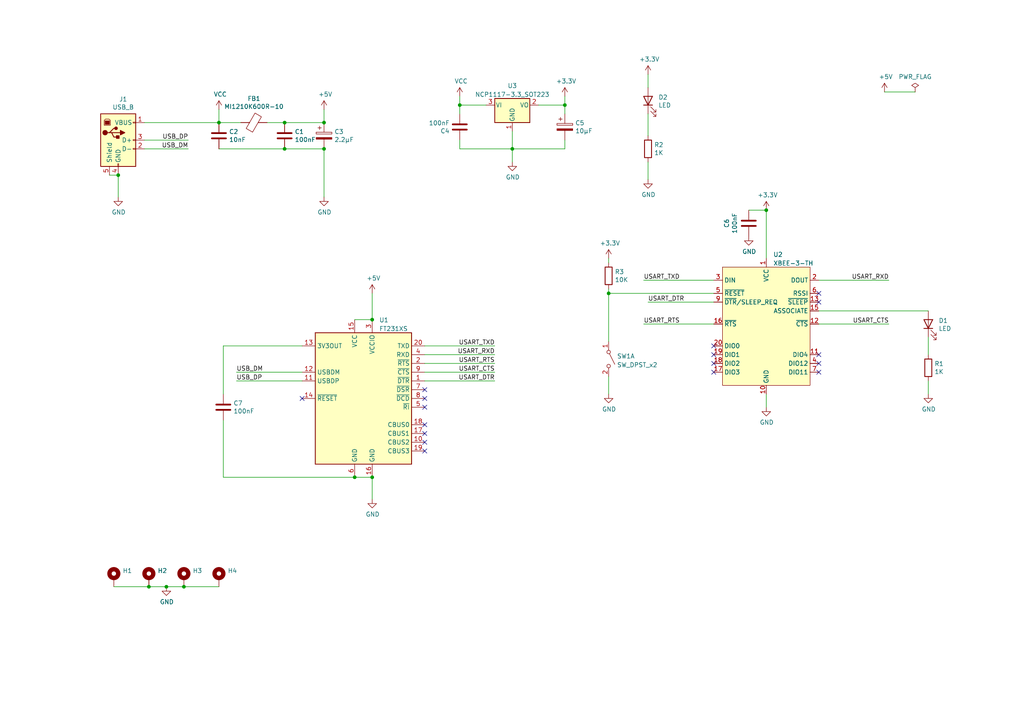
<source format=kicad_sch>
(kicad_sch (version 20211123) (generator eeschema)
  (paper "A4")
  (title_block (title "Adaptateur USB XBEE") (date "2020-09-14") (rev "1.0") (company "INSA GEI"))
  (lib_symbols
    (symbol "Connector:USB_B" (pin_names (offset 1.016))
      (property "Reference" "J" (at -5.08 11.43 0))
      (property "Value" "USB_B" (at -5.08 8.89 0))
      (symbol "USB_B_0_1"
        (rectangle (start -5.08 -7.62) (end 5.08 7.62) (stroke (width 0.254)) (fill (type background)))
        (circle (center -3.81 2.159) (radius 0.635) (stroke (width 0.254)) (fill (type outline)))
        (rectangle (start -3.81 5.588) (end -2.54 4.572) (fill (type outline)))
        (circle (center -0.635 3.429) (radius 0.381) (stroke (width 0.254)) (fill (type outline)))
        (rectangle (start -0.127 -7.62) (end 0.127 -6.858))
        (polyline (pts (xy -1.905 2.159) (xy 0.635 2.159)) (stroke (width 0.254)))
        (polyline (pts (xy -3.175 2.159) (xy -2.54 2.159) (xy -1.27 3.429) (xy -0.635 3.429)) (stroke (width 0.254)))
        (polyline (pts (xy -2.54 2.159) (xy -1.905 2.159) (xy -1.27 0.889) (xy 0 0.889)) (stroke (width 0.254)))
        (polyline (pts (xy 0.635 2.794) (xy 0.635 1.524) (xy 1.905 2.159) (xy 0.635 2.794)) (stroke (width 0.254)) (fill (type outline)))
        (polyline (pts (xy -4.064 4.318) (xy -2.286 4.318) (xy -2.286 5.715) (xy -2.667 6.096) (xy -3.683 6.096) (xy -4.064 5.715) (xy -4.064 4.318)))
        (rectangle (start 0.254 1.27) (end -0.508 0.508) (stroke (width 0.254)) (fill (type outline)))
        (rectangle (start 5.08 -2.667) (end 4.318 -2.413))
        (rectangle (start 5.08 -0.127) (end 4.318 0.127))
        (rectangle (start 5.08 4.953) (end 4.318 5.207))
      )
      (symbol "USB_B_1_1"
        (pin power_out line (at 7.62 5.08 180) (length 2.54) (name "VBUS") (number "1"))
        (pin bidirectional line (at 7.62 -2.54 180) (length 2.54) (name "D-") (number "2"))
        (pin bidirectional line (at 7.62 0 180) (length 2.54) (name "D+") (number "3"))
        (pin power_out line (at 0 -10.16 90) (length 2.54) (name "GND") (number "4"))
        (pin passive line (at -2.54 -10.16 90) (length 2.54) (name "Shield") (number "5"))
      )
    )
    (symbol "Device:C" (pin_numbers hide) (pin_names (offset 0.254))
      (property "Reference" "C" (at 0.635 2.54 0))
      (property "Value" "C" (at 0.635 -2.54 0))
      (symbol "C_0_1"
        (polyline (pts (xy -2.032 -0.762) (xy 2.032 -0.762)) (stroke (width 0.508)))
        (polyline (pts (xy -2.032 0.762) (xy 2.032 0.762)) (stroke (width 0.508)))
      )
      (symbol "C_1_1"
        (pin passive line (at 0 3.81 270) (length 2.794) (name "~") (number "1"))
        (pin passive line (at 0 -3.81 90) (length 2.794) (name "~") (number "2"))
      )
    )
    (symbol "Device:C_Polarized" (pin_numbers hide) (pin_names (offset 0.254))
      (property "Reference" "C" (at 0.635 2.54 0))
      (property "Value" "C_Polarized" (at 0.635 -2.54 0))
      (symbol "C_Polarized_0_1"
        (rectangle (start -2.286 0.508) (end 2.286 1.016))
        (polyline (pts (xy -1.778 2.286) (xy -0.762 2.286)))
        (polyline (pts (xy -1.27 2.794) (xy -1.27 1.778)))
        (rectangle (start 2.286 -0.508) (end -2.286 -1.016) (fill (type outline)))
      )
      (symbol "C_Polarized_1_1"
        (pin passive line (at 0 3.81 270) (length 2.794) (name "~") (number "1"))
        (pin passive line (at 0 -3.81 90) (length 2.794) (name "~") (number "2"))
      )
    )
    (symbol "Device:FerriteBead" (pin_numbers hide) (pin_names (offset 0))
      (property "Reference" "FB" (at -3.81 0.635 90))
      (property "Value" "FerriteBead" (at 3.81 0 90))
      (symbol "FerriteBead_0_1"
        (polyline (pts (xy 0 -1.27) (xy 0 -1.2192)))
        (polyline (pts (xy 0 1.27) (xy 0 1.2954)))
        (polyline (pts (xy -2.7686 0.4064) (xy -1.7018 2.2606) (xy 2.7686 -0.3048) (xy 1.6764 -2.159) (xy -2.7686 0.4064)))
      )
      (symbol "FerriteBead_1_1"
        (pin passive line (at 0 3.81 270) (length 2.54) (name "~") (number "1"))
        (pin passive line (at 0 -3.81 90) (length 2.54) (name "~") (number "2"))
      )
    )
    (symbol "Device:LED" (pin_numbers hide) (pin_names (offset 1.016) hide)
      (property "Reference" "D" (at 0 2.54 0))
      (property "Value" "LED" (at 0 -2.54 0))
      (symbol "LED_0_1"
        (polyline (pts (xy -1.27 -1.27) (xy -1.27 1.27)) (stroke (width 0.254)))
        (polyline (pts (xy -1.27 0) (xy 1.27 0)))
        (polyline (pts (xy 1.27 -1.27) (xy 1.27 1.27) (xy -1.27 0) (xy 1.27 -1.27)) (stroke (width 0.254)))
        (polyline (pts (xy -3.048 -0.762) (xy -4.572 -2.286) (xy -3.81 -2.286) (xy -4.572 -2.286) (xy -4.572 -1.524)))
        (polyline (pts (xy -1.778 -0.762) (xy -3.302 -2.286) (xy -2.54 -2.286) (xy -3.302 -2.286) (xy -3.302 -1.524)))
      )
      (symbol "LED_1_1"
        (pin passive line (at -3.81 0 0) (length 2.54) (name "K") (number "1"))
        (pin passive line (at 3.81 0 180) (length 2.54) (name "A") (number "2"))
      )
    )
    (symbol "Device:R" (pin_numbers hide) (pin_names (offset 0))
      (property "Reference" "R" (at 2.032 0 90))
      (property "Value" "R" (at 0 0 90))
      (symbol "R_0_1"
        (rectangle (start -1.016 -2.54) (end 1.016 2.54) (stroke (width 0.254)))
      )
      (symbol "R_1_1"
        (pin passive line (at 0 3.81 270) (length 1.27) (name "~") (number "1"))
        (pin passive line (at 0 -3.81 90) (length 1.27) (name "~") (number "2"))
      )
    )
    (symbol "Insa:XBEE-3-TH"
      (property "Reference" "U" (at -11.43 40.64 0))
      (property "Value" "XBEE-3-TH" (at -8.89 38.1 0))
      (symbol "XBEE-3-TH_0_1"
        (rectangle (start -12.7 36.83) (end 12.7 2.54) (stroke (width 0.1524)) (fill (type background)))
      )
      (symbol "XBEE-3-TH_1_1"
        (pin power_in line (at 0 39.37 270) (length 2.54) (name "VCC") (number "1"))
        (pin power_in line (at 0 0 90) (length 2.54) (name "GND") (number "10"))
        (pin bidirectional line (at 15.24 11.43 180) (length 2.54) (name "DIO4") (number "11"))
        (pin output line (at 15.24 20.32 180) (length 2.54) (name "~{CTS}") (number "12"))
        (pin output line (at 15.24 26.67 180) (length 2.54) (name "~{SLEEP}") (number "13"))
        (pin output line (at 15.24 24.13 180) (length 2.54) (name "ASSOCIATE") (number "15"))
        (pin input line (at -15.24 20.32 0) (length 2.54) (name "~{RTS}") (number "16"))
        (pin bidirectional line (at -15.24 6.35 0) (length 2.54) (name "DIO3") (number "17"))
        (pin bidirectional line (at -15.24 8.89 0) (length 2.54) (name "DIO2") (number "18"))
        (pin bidirectional line (at -15.24 11.43 0) (length 2.54) (name "DIO1") (number "19"))
        (pin output line (at 15.24 33.02 180) (length 2.54) (name "DOUT") (number "2"))
        (pin bidirectional line (at -15.24 13.97 0) (length 2.54) (name "DIO0") (number "20"))
        (pin input line (at -15.24 33.02 0) (length 2.54) (name "DIN") (number "3"))
        (pin bidirectional line (at 15.24 8.89 180) (length 2.54) (name "DIO12") (number "4"))
        (pin input line (at -15.24 29.21 0) (length 2.54) (name "~{RESET}") (number "5"))
        (pin output line (at 15.24 29.21 180) (length 2.54) (name "RSSI") (number "6"))
        (pin bidirectional line (at 15.24 6.35 180) (length 2.54) (name "DIO11") (number "7"))
        (pin input line (at -15.24 26.67 0) (length 2.54) (name "~{DTR}/SLEEP_REQ") (number "9"))
      )
    )
    (symbol "Interface_USB:FT231XS"
      (property "Reference" "U" (at -13.97 20.32 0))
      (property "Value" "FT231XS" (at 7.62 20.32 0))
      (symbol "FT231XS_0_1"
        (rectangle (start -13.97 19.05) (end 13.97 -19.05) (stroke (width 0.254)) (fill (type background)))
      )
      (symbol "FT231XS_1_1"
        (pin output line (at 17.78 5.08 180) (length 3.81) (name "~{DTR}") (number "1"))
        (pin bidirectional line (at 17.78 -12.7 180) (length 3.81) (name "CBUS2") (number "10"))
        (pin bidirectional line (at -17.78 5.08 0) (length 3.81) (name "USBDP") (number "11"))
        (pin bidirectional line (at -17.78 7.62 0) (length 3.81) (name "USBDM") (number "12"))
        (pin power_out line (at -17.78 15.24 0) (length 3.81) (name "3V3OUT") (number "13"))
        (pin input line (at -17.78 0 0) (length 3.81) (name "~{RESET}") (number "14"))
        (pin power_in line (at -2.54 22.86 270) (length 3.81) (name "VCC") (number "15"))
        (pin power_in line (at 2.54 -22.86 90) (length 3.81) (name "GND") (number "16"))
        (pin bidirectional line (at 17.78 -10.16 180) (length 3.81) (name "CBUS1") (number "17"))
        (pin bidirectional line (at 17.78 -7.62 180) (length 3.81) (name "CBUS0") (number "18"))
        (pin bidirectional line (at 17.78 -15.24 180) (length 3.81) (name "CBUS3") (number "19"))
        (pin output line (at 17.78 10.16 180) (length 3.81) (name "~{RTS}") (number "2"))
        (pin output line (at 17.78 15.24 180) (length 3.81) (name "TXD") (number "20"))
        (pin power_in line (at 2.54 22.86 270) (length 3.81) (name "VCCIO") (number "3"))
        (pin input line (at 17.78 12.7 180) (length 3.81) (name "RXD") (number "4"))
        (pin input line (at 17.78 -2.54 180) (length 3.81) (name "~{RI}") (number "5"))
        (pin power_in line (at -2.54 -22.86 90) (length 3.81) (name "GND") (number "6"))
        (pin input line (at 17.78 2.54 180) (length 3.81) (name "~{DSR}") (number "7"))
        (pin input line (at 17.78 0 180) (length 3.81) (name "~{DCD}") (number "8"))
        (pin input line (at 17.78 7.62 180) (length 3.81) (name "~{CTS}") (number "9"))
      )
    )
    (symbol "Mechanical:MountingHole_Pad" (pin_numbers hide) (pin_names (offset 1.016) hide)
      (property "Reference" "H" (at 0 6.35 0))
      (property "Value" "MountingHole_Pad" (at 0 4.445 0))
      (symbol "MountingHole_Pad_0_1"
        (circle (center 0 1.27) (radius 1.27) (stroke (width 1.27)))
      )
      (symbol "MountingHole_Pad_1_1"
        (pin input line (at 0 -2.54 90) (length 2.54) (name "1") (number "1"))
      )
    )
    (symbol "Regulator_Linear:NCP1117-3.3_SOT223" (pin_names (offset 0.254))
      (property "Reference" "U" (at -3.81 3.175 0))
      (property "Value" "NCP1117-3.3_SOT223" (at 0 3.175 0))
      (symbol "NCP1117-3.3_SOT223_0_1"
        (rectangle (start -5.08 -5.08) (end 5.08 1.905) (stroke (width 0.254)) (fill (type background)))
      )
      (symbol "NCP1117-3.3_SOT223_1_1"
        (pin power_in line (at 0 -7.62 90) (length 2.54) (name "GND") (number "1"))
        (pin power_out line (at 7.62 0 180) (length 2.54) (name "VO") (number "2"))
        (pin power_in line (at -7.62 0 0) (length 2.54) (name "VI") (number "3"))
      )
    )
    (symbol "Switch:SW_DPST_x2" (pin_names (offset 0) hide)
      (property "Reference" "SW" (at 0 3.175 0))
      (property "Value" "SW_DPST_x2" (at 0 -2.54 0))
      (symbol "SW_DPST_x2_0_0"
        (circle (center -2.032 0) (radius 0.508))
        (polyline (pts (xy -1.524 0.254) (xy 1.524 1.778)))
        (circle (center 2.032 0) (radius 0.508))
      )
      (symbol "SW_DPST_x2_1_1"
        (pin passive line (at -5.08 0 0) (length 2.54) (name "A") (number "1"))
        (pin passive line (at 5.08 0 180) (length 2.54) (name "B") (number "2"))
      )
      (symbol "SW_DPST_x2_2_1"
        (pin passive line (at -5.08 0 0) (length 2.54) (name "A") (number "3"))
        (pin passive line (at 5.08 0 180) (length 2.54) (name "B") (number "4"))
      )
    )
    (symbol "power:+3.3V" (power) (pin_names (offset 0))
      (property "Value" "+3.3V" (at 0 3.556 0))
      (symbol "+3.3V_0_1"
        (polyline (pts (xy -0.762 1.27) (xy 0 2.54)))
        (polyline (pts (xy 0 0) (xy 0 2.54)))
        (polyline (pts (xy 0 2.54) (xy 0.762 1.27)))
      )
      (symbol "+3.3V_1_1"
        (pin power_in line (at 0 0 90) (length 0) hide (name "+3.3V") (number "1"))
      )
    )
    (symbol "power:+5V" (power) (pin_names (offset 0))
      (property "Value" "+5V" (at 0 3.556 0))
      (symbol "+5V_0_1"
        (polyline (pts (xy -0.762 1.27) (xy 0 2.54)))
        (polyline (pts (xy 0 0) (xy 0 2.54)))
        (polyline (pts (xy 0 2.54) (xy 0.762 1.27)))
      )
      (symbol "+5V_1_1"
        (pin power_in line (at 0 0 90) (length 0) hide (name "+5V") (number "1"))
      )
    )
    (symbol "power:GND" (power) (pin_names (offset 0))
      (property "Value" "GND" (at 0 -3.81 0))
      (symbol "GND_0_1"
        (polyline (pts (xy 0 0) (xy 0 -1.27) (xy 1.27 -1.27) (xy 0 -2.54) (xy -1.27 -1.27) (xy 0 -1.27)))
      )
      (symbol "GND_1_1"
        (pin power_in line (at 0 0 270) (length 0) hide (name "GND") (number "1"))
      )
    )
    (symbol "power:PWR_FLAG" (power) (pin_numbers hide) (pin_names (offset 0) hide)
      (property "Value" "PWR_FLAG" (at 0 3.81 0))
      (symbol "PWR_FLAG_0_0"
        (pin power_out line (at 0 0 90) (length 0) (name "pwr") (number "1"))
      )
      (symbol "PWR_FLAG_0_1"
        (polyline (pts (xy 0 0) (xy 0 1.27) (xy -1.016 1.905) (xy 0 2.54) (xy 1.016 1.905) (xy 0 1.27)))
      )
    )
    (symbol "power:VCC" (power) (pin_names (offset 0))
      (property "Value" "VCC" (at 0 3.81 0))
      (symbol "VCC_0_1"
        (polyline (pts (xy -0.762 1.27) (xy 0 2.54)))
        (polyline (pts (xy 0 0) (xy 0 2.54)))
        (polyline (pts (xy 0 2.54) (xy 0.762 1.27)))
      )
      (symbol "VCC_1_1"
        (pin power_in line (at 0 0 90) (length 0) hide (name "VCC") (number "1"))
      )
    )
  )
  (junction (at 133.35 30.48))
  (junction (at 82.55 43.18))
  (junction (at 43.18 170.18))
  (junction (at 222.25 60.96))
  (junction (at 148.59 43.18))
  (junction (at 107.95 138.43))
  (junction (at 34.29 50.8))
  (junction (at 107.95 92.71))
  (junction (at 163.83 30.48))
  (junction (at 63.5 35.56))
  (junction (at 53.34 170.18))
  (junction (at 82.55 35.56))
  (junction (at 102.87 138.43))
  (junction (at 48.26 170.18))
  (junction (at 93.98 43.18))
  (junction (at 176.53 85.09))
  (junction (at 93.98 35.56))
  (no_connect (at 237.49 105.41))
  (no_connect (at 207.01 107.95))
  (no_connect (at 87.63 115.57))
  (no_connect (at 237.49 107.95))
  (no_connect (at 123.19 125.73))
  (no_connect (at 207.01 100.33))
  (no_connect (at 123.19 130.81))
  (no_connect (at 237.49 102.87))
  (no_connect (at 123.19 113.03))
  (no_connect (at 237.49 85.09))
  (no_connect (at 123.19 118.11))
  (no_connect (at 207.01 105.41))
  (no_connect (at 123.19 123.19))
  (no_connect (at 123.19 128.27))
  (no_connect (at 207.01 102.87))
  (no_connect (at 237.49 87.63))
  (no_connect (at 123.19 115.57))
  (wire (pts (xy 123.19 110.49) (xy 143.51 110.49)))
  (wire (pts (xy 53.34 170.18) (xy 63.5 170.18)))
  (wire (pts (xy 87.63 107.95) (xy 68.58 107.95)))
  (wire (pts (xy 41.91 43.18) (xy 54.61 43.18)))
  (wire (pts (xy 93.98 57.15) (xy 93.98 43.18)))
  (wire (pts (xy 148.59 43.18) (xy 148.59 46.99)))
  (wire (pts (xy 148.59 43.18) (xy 163.83 43.18)))
  (wire (pts (xy 82.55 35.56) (xy 93.98 35.56)))
  (wire (pts (xy 102.87 138.43) (xy 64.77 138.43)))
  (wire (pts (xy 176.53 74.93) (xy 176.53 76.2)))
  (wire (pts (xy 133.35 43.18) (xy 148.59 43.18)))
  (wire (pts (xy 87.63 110.49) (xy 68.58 110.49)))
  (wire (pts (xy 176.53 109.22) (xy 176.53 114.3)))
  (wire (pts (xy 256.54 26.67) (xy 265.43 26.67)))
  (wire (pts (xy 102.87 92.71) (xy 107.95 92.71)))
  (wire (pts (xy 207.01 87.63) (xy 187.96 87.63)))
  (wire (pts (xy 237.49 93.98) (xy 257.81 93.98)))
  (wire (pts (xy 34.29 57.15) (xy 34.29 50.8)))
  (wire (pts (xy 217.17 60.96) (xy 222.25 60.96)))
  (wire (pts (xy 187.96 46.99) (xy 187.96 52.07)))
  (wire (pts (xy 87.63 100.33) (xy 64.77 100.33)))
  (wire (pts (xy 133.35 27.94) (xy 133.35 30.48)))
  (wire (pts (xy 207.01 81.28) (xy 186.69 81.28)))
  (wire (pts (xy 187.96 33.02) (xy 187.96 39.37)))
  (wire (pts (xy 123.19 100.33) (xy 143.51 100.33)))
  (wire (pts (xy 93.98 31.75) (xy 93.98 35.56)))
  (wire (pts (xy 123.19 107.95) (xy 143.51 107.95)))
  (wire (pts (xy 64.77 100.33) (xy 64.77 114.3)))
  (wire (pts (xy 107.95 138.43) (xy 107.95 144.78)))
  (wire (pts (xy 176.53 85.09) (xy 176.53 99.06)))
  (wire (pts (xy 187.96 21.59) (xy 187.96 25.4)))
  (wire (pts (xy 269.24 97.79) (xy 269.24 102.87)))
  (wire (pts (xy 156.21 30.48) (xy 163.83 30.48)))
  (wire (pts (xy 31.75 50.8) (xy 34.29 50.8)))
  (wire (pts (xy 222.25 74.93) (xy 222.25 60.96)))
  (wire (pts (xy 176.53 83.82) (xy 176.53 85.09)))
  (wire (pts (xy 222.25 114.3) (xy 222.25 118.11)))
  (wire (pts (xy 269.24 110.49) (xy 269.24 114.3)))
  (wire (pts (xy 133.35 30.48) (xy 133.35 33.02)))
  (wire (pts (xy 163.83 30.48) (xy 163.83 27.94)))
  (wire (pts (xy 63.5 43.18) (xy 82.55 43.18)))
  (wire (pts (xy 133.35 40.64) (xy 133.35 43.18)))
  (wire (pts (xy 64.77 138.43) (xy 64.77 121.92)))
  (wire (pts (xy 63.5 31.75) (xy 63.5 35.56)))
  (wire (pts (xy 48.26 170.18) (xy 53.34 170.18)))
  (wire (pts (xy 43.18 170.18) (xy 48.26 170.18)))
  (wire (pts (xy 41.91 40.64) (xy 54.61 40.64)))
  (wire (pts (xy 102.87 138.43) (xy 107.95 138.43)))
  (wire (pts (xy 33.02 170.18) (xy 43.18 170.18)))
  (wire (pts (xy 237.49 90.17) (xy 269.24 90.17)))
  (wire (pts (xy 123.19 102.87) (xy 143.51 102.87)))
  (wire (pts (xy 148.59 38.1) (xy 148.59 43.18)))
  (wire (pts (xy 63.5 35.56) (xy 69.85 35.56)))
  (wire (pts (xy 123.19 105.41) (xy 143.51 105.41)))
  (wire (pts (xy 41.91 35.56) (xy 63.5 35.56)))
  (wire (pts (xy 140.97 30.48) (xy 133.35 30.48)))
  (wire (pts (xy 207.01 93.98) (xy 186.69 93.98)))
  (wire (pts (xy 107.95 85.09) (xy 107.95 92.71)))
  (wire (pts (xy 77.47 35.56) (xy 82.55 35.56)))
  (wire (pts (xy 82.55 43.18) (xy 93.98 43.18)))
  (wire (pts (xy 163.83 40.64) (xy 163.83 43.18)))
  (wire (pts (xy 163.83 30.48) (xy 163.83 33.02)))
  (wire (pts (xy 237.49 81.28) (xy 257.81 81.28)))
  (wire (pts (xy 207.01 85.09) (xy 176.53 85.09)))
  (label "USART_RTS" (at 143.51 105.41 180))
  (label "USB_DM" (at 68.58 107.95 0))
  (label "USART_RXD" (at 143.51 102.87 180))
  (label "USART_TXD" (at 186.69 81.28 0))
  (label "USB_DP" (at 68.58 110.49 0))
  (label "USART_DTR" (at 187.96 87.63 0))
  (label "USB_DM" (at 54.61 43.18 180))
  (label "USART_RXD" (at 257.81 81.28 180))
  (label "USB_DP" (at 54.61 40.64 180))
  (label "USART_RTS" (at 186.69 93.98 0))
  (label "USART_TXD" (at 143.51 100.33 180))
  (label "USART_CTS" (at 143.51 107.95 180))
  (label "USART_CTS" (at 257.81 93.98 180))
  (label "USART_DTR" (at 143.51 110.49 180))
  (symbol (lib_id "Connector:USB_B") (at 34.29 40.64 0) (unit 1)
    (property "Reference" "J1" (at 35.7378 28.7782 0))
    (property "Value" "USB_B" (at 35.7378 31.0896 0))
    (property "Footprint" "Connector_USB:USB_B_Lumberg_2411_02_Horizontal" (effects hide))
    (property "Datasheet" " ~" (effects hide))
  )
  (symbol (lib_id "Device:C") (at 217.17 64.77 180) (unit 1)
    (property "Reference" "C6" (at 210.7692 64.77 90))
    (property "Value" "100nF" (at 213.0806 64.77 90))
    (property "Footprint" "Capacitor_SMD:C_1206_3216Metric" (effects hide))
  )
  (symbol (lib_id "Device:C") (at 133.35 36.83 180) (unit 1)
    (property "Reference" "C4" (at 130.429 37.9984 0) (effects (justify left)))
    (property "Value" "100nF" (at 130.429 35.687 0) (effects (justify left)))
    (property "Footprint" "Capacitor_SMD:C_1206_3216Metric" (effects hide))
  )
  (symbol (lib_id "Device:C") (at 82.55 39.37 0) (unit 1)
    (property "Reference" "C1" (at 85.471 38.2016 0) (effects (justify left)))
    (property "Value" "100nF" (at 85.471 40.513 0) (effects (justify left)))
    (property "Footprint" "Capacitor_SMD:C_1206_3216Metric" (effects hide))
  )
  (symbol (lib_id "Device:C") (at 63.5 39.37 0) (unit 1)
    (property "Reference" "C2" (at 66.421 38.2016 0) (effects (justify left)))
    (property "Value" "10nF" (at 66.421 40.513 0) (effects (justify left)))
    (property "Footprint" "Capacitor_SMD:C_1206_3216Metric" (effects hide))
  )
  (symbol (lib_id "Device:C_Polarized") (at 93.98 39.37 0) (unit 1)
    (property "Reference" "C3" (at 96.9772 38.2016 0) (effects (justify left)))
    (property "Value" "2.2µF" (at 96.9772 40.513 0) (effects (justify left)))
    (property "Footprint" "Capacitor_Tantalum_SMD:CP_EIA-3528-21_Kemet-B" (effects hide))
  )
  (symbol (lib_id "power:+5V") (at 256.54 26.67 0) (unit 1)
    (property "Reference" "#PWR0102" (effects hide))
    (property "Value" "+5V" (at 256.921 22.2758 0))
  )
  (symbol (lib_id "power:PWR_FLAG") (at 265.43 26.67 0) (unit 1)
    (property "Reference" "#FLG0102" (effects hide))
    (property "Value" "PWR_FLAG" (at 265.43 22.2758 0))
  )
  (symbol (lib_id "power:GND") (at 217.17 68.58 0) (unit 1)
    (property "Reference" "#PWR0104" (effects hide))
    (property "Value" "GND" (at 217.297 72.9742 0))
  )
  (symbol (lib_id "power:GND") (at 222.25 118.11 0) (unit 1)
    (property "Reference" "#PWR0105" (effects hide))
    (property "Value" "GND" (at 222.377 122.5042 0))
  )
  (symbol (lib_id "power:GND") (at 107.95 144.78 0) (unit 1)
    (property "Reference" "#PWR0106" (effects hide))
    (property "Value" "GND" (at 108.077 149.1742 0))
  )
  (symbol (lib_id "power:GND") (at 34.29 57.15 0) (unit 1)
    (property "Reference" "#PWR0107" (effects hide))
    (property "Value" "GND" (at 34.417 61.5442 0))
  )
  (symbol (lib_id "power:GND") (at 93.98 57.15 0) (unit 1)
    (property "Reference" "#PWR0108" (effects hide))
    (property "Value" "GND" (at 94.107 61.5442 0))
  )
  (symbol (lib_id "power:+5V") (at 93.98 31.75 0) (unit 1)
    (property "Reference" "#PWR0109" (effects hide))
    (property "Value" "+5V" (at 94.361 27.3558 0))
  )
  (symbol (lib_id "power:+5V") (at 107.95 85.09 0) (unit 1)
    (property "Reference" "#PWR0110" (effects hide))
    (property "Value" "+5V" (at 108.331 80.6958 0))
  )
  (symbol (lib_id "power:+3.3V") (at 163.83 27.94 0) (unit 1)
    (property "Reference" "#PWR0111" (effects hide))
    (property "Value" "+3.3V" (at 164.211 23.5458 0))
  )
  (symbol (lib_id "Device:LED") (at 269.24 93.98 90) (unit 1)
    (property "Reference" "D1" (at 272.2372 92.9894 90) (effects (justify right)))
    (property "Value" "LED" (at 272.2372 95.3008 90) (effects (justify right)))
    (property "Footprint" "LED_SMD:LED_1206_3216Metric" (effects hide))
  )
  (symbol (lib_id "Device:LED") (at 187.96 29.21 90) (unit 1)
    (property "Reference" "D2" (at 190.9572 28.2194 90) (effects (justify right)))
    (property "Value" "LED" (at 190.9572 30.5308 90) (effects (justify right)))
    (property "Footprint" "LED_SMD:LED_1206_3216Metric" (effects hide))
  )
  (symbol (lib_id "Device:R") (at 187.96 43.18 180) (unit 1)
    (property "Reference" "R2" (at 189.738 42.0116 0) (effects (justify right)))
    (property "Value" "1K" (at 189.738 44.323 0) (effects (justify right)))
    (property "Footprint" "Resistor_SMD:R_1206_3216Metric" (effects hide))
  )
  (symbol (lib_id "Device:R") (at 269.24 106.68 180) (unit 1)
    (property "Reference" "R1" (at 271.018 105.5116 0) (effects (justify right)))
    (property "Value" "1K" (at 271.018 107.823 0) (effects (justify right)))
    (property "Footprint" "Resistor_SMD:R_1206_3216Metric" (effects hide))
  )
  (symbol (lib_id "Device:FerriteBead") (at 73.66 35.56 90) (unit 1)
    (property "Reference" "FB1" (at 73.66 28.6004 90))
    (property "Value" "MI1210K600R-10" (at 73.66 30.9118 90))
    (property "Footprint" "Resistor_SMD:R_2010_5025Metric" (effects hide))
  )
  (symbol (lib_id "power:VCC") (at 63.5 31.75 0) (unit 1)
    (property "Reference" "#PWR0112" (effects hide))
    (property "Value" "VCC" (at 63.881 27.3558 0))
  )
  (symbol (lib_id "power:VCC") (at 133.35 27.94 0) (unit 1)
    (property "Reference" "#PWR0113" (effects hide))
    (property "Value" "VCC" (at 133.731 23.5458 0))
  )
  (symbol (lib_id "power:GND") (at 148.59 46.99 0) (unit 1)
    (property "Reference" "#PWR0115" (effects hide))
    (property "Value" "GND" (at 148.717 51.3842 0))
  )
  (symbol (lib_id "power:GND") (at 187.96 52.07 0) (unit 1)
    (property "Reference" "#PWR0116" (effects hide))
    (property "Value" "GND" (at 188.087 56.4642 0))
  )
  (symbol (lib_id "power:+3.3V") (at 187.96 21.59 0) (unit 1)
    (property "Reference" "#PWR0117" (effects hide))
    (property "Value" "+3.3V" (at 188.341 17.1958 0))
  )
  (symbol (lib_id "power:+3.3V") (at 222.25 60.96 0) (unit 1)
    (property "Reference" "#PWR0118" (effects hide))
    (property "Value" "+3.3V" (at 222.631 56.5658 0))
  )
  (symbol (lib_id "Device:C_Polarized") (at 163.83 36.83 0) (unit 1)
    (property "Reference" "C5" (at 166.8272 35.6616 0) (effects (justify left)))
    (property "Value" "10µF" (at 166.8272 37.973 0) (effects (justify left)))
    (property "Footprint" "Capacitor_Tantalum_SMD:CP_EIA-6032-28_Kemet-C" (effects hide))
  )
  (symbol (lib_id "Device:C") (at 64.77 118.11 0) (unit 1)
    (property "Reference" "C7" (at 67.691 116.9416 0) (effects (justify left)))
    (property "Value" "100nF" (at 67.691 119.253 0) (effects (justify left)))
    (property "Footprint" "Capacitor_SMD:C_1206_3216Metric" (effects hide))
  )
  (symbol (lib_id "Device:R") (at 176.53 80.01 180) (unit 1)
    (property "Reference" "R3" (at 178.308 78.8416 0) (effects (justify right)))
    (property "Value" "10K" (at 178.308 81.153 0) (effects (justify right)))
    (property "Footprint" "Resistor_SMD:R_1206_3216Metric" (effects hide))
  )
  (symbol (lib_id "Mechanical:MountingHole_Pad") (at 43.18 167.64 0) (unit 1)
    (property "Reference" "H2" (at 45.72 165.5353 0) (effects (justify left)))
    (property "Value" "MountingHole_Pad" (effects hide))
    (property "Footprint" "MountingHole:MountingHole_3.2mm_M3_DIN965_Pad" (effects hide))
  )
  (symbol (lib_id "power:GND") (at 48.26 170.18 0) (unit 1)
    (property "Reference" "#PWR04" (effects hide))
    (property "Value" "GND" (at 48.387 174.5742 0))
  )
  (symbol (lib_id "Interface_USB:FT231XS") (at 105.41 115.57 0) (unit 1)
    (property "Reference" "U1" (at 109.9694 92.8202 0) (effects (justify left)))
    (property "Value" "FT231XS" (at 109.9694 95.3571 0) (effects (justify left)))
    (property "Footprint" "Package_SO:SSOP-20_3.9x8.7mm_P0.635mm" (effects hide))
    (property "Datasheet" "https://www.ftdichip.com/Support/Documents/DataSheets/ICs/DS_FT231X.pdf" (effects hide))
  )
  (symbol (lib_id "Mechanical:MountingHole_Pad") (at 53.34 167.64 0) (unit 1)
    (property "Reference" "H3" (at 55.88 165.5353 0) (effects (justify left)))
    (property "Value" "MountingHole_Pad" (effects hide))
    (property "Footprint" "MountingHole:MountingHole_3.2mm_M3_DIN965_Pad" (effects hide))
  )
  (symbol (lib_id "power:GND") (at 176.53 114.3 0) (unit 1)
    (property "Reference" "#PWR02" (effects hide))
    (property "Value" "GND" (at 176.657 118.6942 0))
  )
  (symbol (lib_id "Insa:XBEE-3-TH") (at 222.25 114.3 0) (unit 1)
    (property "Reference" "U2" (at 224.2694 73.821 0) (effects (justify left)))
    (property "Value" "XBEE-3-TH" (at 224.2694 76.3579 0) (effects (justify left)))
    (property "Footprint" "INSA:XBEE-3-TH" (effects hide))
  )
  (symbol (lib_id "Mechanical:MountingHole_Pad") (at 33.02 167.64 0) (unit 1)
    (property "Reference" "H1" (at 35.56 165.5353 0) (effects (justify left)))
    (property "Value" "MountingHole_Pad" (effects hide))
    (property "Footprint" "MountingHole:MountingHole_3.2mm_M3_DIN965_Pad" (effects hide))
  )
  (symbol (lib_id "Mechanical:MountingHole_Pad") (at 63.5 167.64 0) (unit 1)
    (property "Reference" "H4" (at 66.04 165.5353 0) (effects (justify left)))
    (property "Value" "MountingHole_Pad" (effects hide))
    (property "Footprint" "MountingHole:MountingHole_3.2mm_M3_DIN965_Pad" (effects hide))
  )
  (symbol (lib_id "power:+3.3V") (at 176.53 74.93 0) (unit 1)
    (property "Reference" "#PWR01" (effects hide))
    (property "Value" "+3.3V" (at 176.911 70.5358 0))
  )
  (symbol (lib_id "power:GND") (at 269.24 114.3 0) (unit 1)
    (property "Reference" "#PWR03" (effects hide))
    (property "Value" "GND" (at 269.367 118.6942 0))
  )
  (symbol (lib_id "Switch:SW_DPST_x2") (at 176.53 104.14 270) (unit 1)
    (property "Reference" "SW1" (at 178.943 103.3053 90) (effects (justify left)))
    (property "Value" "SW_DPST_x2" (at 178.943 105.8422 90) (effects (justify left)))
    (property "Footprint" "Button_Switch_THT:SW_PUSH_6mm_H4.3mm" (effects hide))
  )
  (symbol (lib_id "Regulator_Linear:NCP1117-3.3_SOT223") (at 148.59 30.48 0) (unit 1)
    (property "Reference" "U3" (at 148.59 24.8752 0))
    (property "Value" "NCP1117-3.3_SOT223" (at 148.59 27.4121 0))
    (property "Footprint" "Package_TO_SOT_SMD:SOT-223-3_TabPin2" (effects hide))
    (property "Datasheet" "http://www.onsemi.com/pub_link/Collateral/NCP1117-D.PDF" (effects hide))
  )
)
</source>
